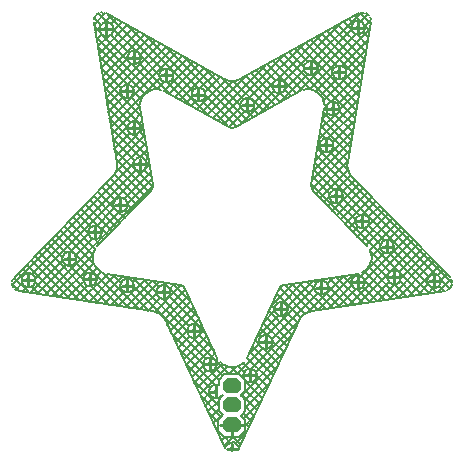
<source format=gbl>
G04*
G04 #@! TF.GenerationSoftware,Altium Limited,Altium Designer,22.10.1 (41)*
G04*
G04 Layer_Physical_Order=2*
G04 Layer_Color=16711680*
%FSLAX25Y25*%
%MOIN*%
G70*
G04*
G04 #@! TF.SameCoordinates,0AD24C9F-CA8A-4173-ACEB-545809BFA2C4*
G04*
G04*
G04 #@! TF.FilePolarity,Positive*
G04*
G01*
G75*
%ADD13C,0.01000*%
%ADD46C,0.01800*%
%ADD47C,0.00800*%
G04:AMPARAMS|DCode=48|XSize=50mil|YSize=60mil|CornerRadius=0mil|HoleSize=0mil|Usage=FLASHONLY|Rotation=90.000|XOffset=0mil|YOffset=0mil|HoleType=Round|Shape=Octagon|*
%AMOCTAGOND48*
4,1,8,-0.03000,-0.01250,-0.03000,0.01250,-0.01750,0.02500,0.01750,0.02500,0.03000,0.01250,0.03000,-0.01250,0.01750,-0.02500,-0.01750,-0.02500,-0.03000,-0.01250,0.0*
%
%ADD48OCTAGOND48*%

D13*
X204575Y145628D02*
Y147528D01*
Y145628D02*
X206475D01*
X202675D02*
X204575D01*
Y143728D02*
Y145628D01*
X212477Y72686D02*
X214377D01*
X206077Y81086D02*
Y82986D01*
Y81086D02*
X207977D01*
X206077Y79186D02*
Y81086D01*
X214377Y72686D02*
Y74586D01*
Y72686D02*
X216277D01*
X214377Y70786D02*
Y72686D01*
X204177Y81086D02*
X206077D01*
X198407Y130774D02*
Y132674D01*
Y130774D02*
X200307D01*
X196507D02*
X198407D01*
X188825Y132165D02*
Y134065D01*
Y132165D02*
X190725D01*
X188825Y130265D02*
Y132165D01*
X186925D02*
X188825D01*
X198407Y128874D02*
Y130774D01*
X178225Y126065D02*
Y127965D01*
Y126065D02*
X180125D01*
X178225Y124165D02*
Y126065D01*
X176325D02*
X178225D01*
X194307Y118674D02*
X196207D01*
Y120574D01*
Y118674D02*
X198107D01*
X196207Y116774D02*
Y118674D01*
X197377Y89486D02*
Y91386D01*
Y89486D02*
X199277D01*
X197377Y87586D02*
Y89486D01*
X195477D02*
X197377D01*
X194107Y106474D02*
X196007D01*
X194107Y104574D02*
Y106474D01*
Y108374D01*
X167725Y119865D02*
X169625D01*
X167725D02*
Y121765D01*
Y117965D02*
Y119865D01*
X165825D02*
X167725D01*
X192207Y106474D02*
X194107D01*
X216690Y62459D02*
X218590D01*
X216690D02*
Y64359D01*
X214790Y62459D02*
X216690D01*
X230042Y61185D02*
Y63085D01*
X216690Y60559D02*
Y62459D01*
X204590Y60759D02*
Y62659D01*
X230042Y61185D02*
X231942D01*
X230042Y59285D02*
Y61185D01*
X228142D02*
X230042D01*
X204590Y60759D02*
X206490D01*
X204590Y58859D02*
Y60759D01*
X202690D02*
X204590D01*
X192390Y58959D02*
X194290D01*
X192390D02*
Y60859D01*
Y57059D02*
Y58959D01*
X190490D02*
X192390D01*
X178926Y51825D02*
X180826D01*
X178926D02*
Y53725D01*
X177026Y51825D02*
X178926D01*
Y49925D02*
Y51825D01*
X173826Y38925D02*
Y40825D01*
Y42725D01*
Y40825D02*
X175726D01*
X171926D02*
X173826D01*
X168626Y29725D02*
X170526D01*
X168626D02*
Y31625D01*
Y27825D02*
Y29725D01*
X166726D02*
X168626D01*
X162463Y13051D02*
X166463D01*
X162463Y9551D02*
Y13051D01*
X162700Y5100D02*
X164600D01*
X162700D02*
Y7000D01*
X140724Y129715D02*
X142624D01*
X140724Y127815D02*
Y129715D01*
Y131615D01*
X138824Y129715D02*
X140724D01*
X149524Y123315D02*
X151424D01*
Y125215D01*
Y123315D02*
X153324D01*
X151424Y121415D02*
Y123315D01*
X131972Y100119D02*
X133872D01*
X129924Y135615D02*
Y137515D01*
Y135615D02*
X131824D01*
X129924Y133715D02*
Y135615D01*
X128024D02*
X129924D01*
X120744Y143230D02*
Y145130D01*
X125772Y124419D02*
X127672D01*
Y126319D01*
X120744Y145130D02*
X122643D01*
X127672Y124419D02*
X129572D01*
X129972Y112219D02*
Y114119D01*
X127672Y122519D02*
Y124419D01*
X118843Y145130D02*
X120744D01*
Y147030D01*
X129972Y112219D02*
X131872D01*
X131972Y100119D02*
Y102019D01*
Y98219D02*
Y100119D01*
X130072D02*
X131972D01*
X128072Y112219D02*
X129972D01*
Y110319D02*
Y112219D01*
X125414Y86577D02*
X127314D01*
X125414D02*
Y88477D01*
Y84677D02*
Y86577D01*
X123514D02*
X125414D01*
X117014Y77377D02*
Y79277D01*
Y77377D02*
X118914D01*
X115114D02*
X117014D01*
Y75477D02*
Y77377D01*
X149887Y44548D02*
Y46448D01*
Y44548D02*
X151787D01*
X149887Y42649D02*
Y44548D01*
X147987D02*
X149887D01*
X155200Y33400D02*
X157100D01*
X155200D02*
Y35300D01*
X139795Y57549D02*
X141695D01*
X158463Y13051D02*
X162463D01*
X160800Y5100D02*
X162700D01*
X157200Y22400D02*
Y24300D01*
Y26200D01*
X153300Y33400D02*
X155200D01*
Y31500D02*
Y33400D01*
X155300Y24300D02*
X157200D01*
X108414Y68577D02*
Y70477D01*
Y68577D02*
X110314D01*
X108414Y66677D02*
Y68577D01*
X115274Y61693D02*
Y63593D01*
X106514Y68577D02*
X108414D01*
X94790Y61473D02*
Y63373D01*
X137895Y57549D02*
X139795D01*
Y59449D01*
X127700Y59600D02*
X129600D01*
X127700D02*
Y61500D01*
Y57700D02*
Y59600D01*
X125800D02*
X127700D01*
X139795Y55649D02*
Y57549D01*
X115274Y61693D02*
X117174D01*
X115274Y59793D02*
Y61693D01*
X113374D02*
X115274D01*
X94790Y61473D02*
X96690D01*
X94790Y59573D02*
Y61473D01*
X92890D02*
X94790D01*
D46*
X120744Y145130D02*
D03*
X94790Y61473D02*
D03*
X192390Y58959D02*
D03*
X204590Y60759D02*
D03*
X157200Y24300D02*
D03*
X149887Y44548D02*
D03*
X139795Y57549D02*
D03*
X127700Y59600D02*
D03*
X115274Y61693D02*
D03*
X108414Y68577D02*
D03*
X117014Y77377D02*
D03*
X125414Y86577D02*
D03*
X131972Y100119D02*
D03*
X129972Y112219D02*
D03*
X127672Y124419D02*
D03*
X129924Y135615D02*
D03*
X140724Y129715D02*
D03*
X151424Y123315D02*
D03*
X167725Y119865D02*
D03*
X178225Y126065D02*
D03*
X188825Y132165D02*
D03*
X204575Y145628D02*
D03*
X198407Y130774D02*
D03*
X196207Y118674D02*
D03*
X194107Y106474D02*
D03*
X197377Y89486D02*
D03*
X206077Y81086D02*
D03*
X214377Y72686D02*
D03*
X216690Y62459D02*
D03*
X230042Y61185D02*
D03*
X178926Y51825D02*
D03*
X173826Y40825D02*
D03*
X155200Y33400D02*
D03*
X168626Y29725D02*
D03*
X162800Y26700D02*
D03*
X163500Y18900D02*
D03*
X162700Y5100D02*
D03*
D47*
X207640Y150283D02*
X207272Y150487D01*
X208144Y149856D02*
X207644Y150280D01*
X208832Y148379D02*
X208653Y149068D01*
X206656Y150685D02*
X205668Y150681D01*
X206875Y145628D02*
X206647Y146626D01*
X206009Y147426D01*
X205087Y147870D01*
X204063D01*
X203141Y147426D01*
X202503Y146626D01*
X202275Y145628D01*
X202503Y144630D01*
X203141Y143829D01*
X204063Y143385D01*
X205087D01*
X206009Y143829D01*
X206647Y144630D01*
X206875Y145628D01*
X216677Y72686D02*
X216449Y73684D01*
X215811Y74484D01*
X214889Y74928D01*
X213865D01*
X212943Y74484D01*
X212305Y73684D01*
X212077Y72686D01*
X212305Y71688D01*
X212943Y70888D01*
X213865Y70444D01*
X214889D01*
X215811Y70888D01*
X216449Y71688D01*
X216677Y72686D01*
X209100Y69809D02*
X208753Y71055D01*
X209150Y69345D02*
X209100Y69809D01*
X208751Y71061D02*
X208523Y71541D01*
X209161Y69001D02*
X209150Y69345D01*
X209130Y68424D02*
X209160Y68906D01*
X201176Y100699D02*
X201104Y99642D01*
X201229Y98589D01*
X201547Y97578D01*
X202048Y96644D01*
X202713Y95818D01*
X208377Y81086D02*
X208149Y82084D01*
X207511Y82884D01*
X206589Y83328D01*
X205565D01*
X204643Y82884D01*
X204005Y82084D01*
X203777Y81086D01*
X204005Y80088D01*
X204643Y79288D01*
X205565Y78844D01*
X206589D01*
X207511Y79288D01*
X208149Y80088D01*
X208377Y81086D01*
X191125Y132165D02*
X190897Y133163D01*
X190259Y133963D01*
X189337Y134407D01*
X188313D01*
X187391Y133963D01*
X186753Y133163D01*
X186525Y132165D01*
X186753Y131167D01*
X187391Y130367D01*
X188313Y129923D01*
X189337D01*
X190259Y130367D01*
X190897Y131167D01*
X191125Y132165D01*
X200707Y130774D02*
X200479Y131772D01*
X199841Y132572D01*
X198919Y133016D01*
X197895D01*
X196973Y132572D01*
X196335Y131772D01*
X196107Y130774D01*
X196335Y129776D01*
X196973Y128976D01*
X197895Y128532D01*
X198919D01*
X199841Y128976D01*
X200479Y129776D01*
X200707Y130774D01*
X192120Y123142D02*
X191233Y124004D01*
X190177Y124647D01*
X190177Y124647D02*
X189712Y124838D01*
X188906Y125058D02*
X187877Y125154D01*
X186849Y125050D01*
X189309Y124965D02*
X188905Y125058D01*
X189712Y124838D02*
X189308Y124965D01*
X186849Y125050D02*
X186542Y124978D01*
X180525Y126065D02*
X180297Y127063D01*
X179659Y127863D01*
X178737Y128307D01*
X177713D01*
X176791Y127863D01*
X176153Y127063D01*
X175925Y126065D01*
X176153Y125067D01*
X176791Y124267D01*
X177713Y123823D01*
X178737D01*
X179659Y124267D01*
X180297Y125067D01*
X180525Y126065D01*
X198507Y118674D02*
X198279Y119672D01*
X197641Y120472D01*
X196719Y120916D01*
X195695D01*
X194773Y120472D01*
X194135Y119672D01*
X193907Y118674D01*
X194135Y117676D01*
X194773Y116876D01*
X195695Y116432D01*
X196719D01*
X197641Y116876D01*
X198279Y117676D01*
X198507Y118674D01*
X192600Y122456D02*
X192376Y122804D01*
X192813Y122056D02*
X192599Y122456D01*
X192376Y122804D02*
X192120Y123142D01*
X193321Y120190D02*
X193152Y121146D01*
X192813Y122056D01*
X199677Y89486D02*
X199449Y90484D01*
X198811Y91284D01*
X197889Y91729D01*
X196865D01*
X195943Y91284D01*
X195305Y90484D01*
X195077Y89486D01*
X195305Y88488D01*
X195943Y87688D01*
X196865Y87244D01*
X197889D01*
X198811Y87688D01*
X199449Y88488D01*
X199677Y89486D01*
X170025Y119865D02*
X169797Y120863D01*
X169159Y121663D01*
X168237Y122107D01*
X167213D01*
X166291Y121663D01*
X165653Y120863D01*
X165425Y119865D01*
X165653Y118867D01*
X166291Y118067D01*
X167213Y117623D01*
X168237D01*
X169159Y118067D01*
X169797Y118867D01*
X170025Y119865D01*
X161501Y112627D02*
X162676Y112325D01*
X163851Y112627D01*
X196407Y106474D02*
X196179Y107472D01*
X195541Y108272D01*
X194619Y108716D01*
X193595D01*
X192673Y108272D01*
X192035Y107472D01*
X191807Y106474D01*
X192035Y105476D01*
X192673Y104676D01*
X193595Y104232D01*
X194619D01*
X195541Y104676D01*
X196179Y105476D01*
X196407Y106474D01*
X189082Y93181D02*
X189163Y92059D01*
X189740Y91094D01*
X209010Y67726D02*
X209130Y68424D01*
X208375Y66168D02*
X208752Y66923D01*
X209010Y67726D01*
X208109Y65765D02*
X208375Y66168D01*
X232342Y61185D02*
X232115Y62183D01*
X231476Y62983D01*
X230554Y63427D01*
X229531D01*
X228608Y62983D01*
X227970Y62183D01*
X227742Y61185D01*
X227970Y60187D01*
X228608Y59387D01*
X229531Y58943D01*
X230554D01*
X231476Y59387D01*
X232115Y60187D01*
X232342Y61185D01*
X218990Y62459D02*
X218762Y63457D01*
X218124Y64258D01*
X217201Y64702D01*
X216178D01*
X215256Y64258D01*
X214617Y63457D01*
X214390Y62459D01*
X214617Y61461D01*
X215256Y60661D01*
X216178Y60217D01*
X217201D01*
X218124Y60661D01*
X218762Y61461D01*
X218990Y62459D01*
X207836Y65420D02*
X208109Y65765D01*
X207525Y65088D02*
X207836Y65420D01*
X207027Y64655D02*
X207521Y65084D01*
X206002Y64040D02*
X207027Y64655D01*
X206890Y60759D02*
X206662Y61757D01*
X206024Y62558D01*
X205101Y63002D01*
X204078D01*
X203156Y62558D01*
X202518Y61757D01*
X202290Y60759D01*
X202518Y59761D01*
X203156Y58961D01*
X204078Y58517D01*
X205101D01*
X206024Y58961D01*
X206662Y59761D01*
X206890Y60759D01*
X235968Y60830D02*
X235690Y61783D01*
X235566Y59135D02*
X235932Y60085D01*
X234413Y58119D02*
X234943Y58437D01*
X194690Y58959D02*
X194462Y59957D01*
X193824Y60757D01*
X192902Y61202D01*
X191878D01*
X190956Y60757D01*
X190317Y59957D01*
X190090Y58959D01*
X190317Y57961D01*
X190956Y57161D01*
X191878Y56717D01*
X192902D01*
X193824Y57161D01*
X194462Y57961D01*
X194690Y58959D01*
X189149Y51092D02*
X188248Y50877D01*
X187394Y50518D01*
X186609Y50025D01*
X185916Y49411D01*
X185331Y48693D01*
X184871Y47888D01*
X180186Y59885D02*
X179096Y59428D01*
X178348Y58512D01*
X181226Y51825D02*
X180998Y52823D01*
X180360Y53623D01*
X179438Y54067D01*
X178414D01*
X177492Y53623D01*
X176854Y52823D01*
X176626Y51825D01*
X176854Y50827D01*
X177492Y50027D01*
X178414Y49583D01*
X179438D01*
X180360Y50027D01*
X180998Y50827D01*
X181226Y51825D01*
X176126Y40825D02*
X175898Y41823D01*
X175260Y42623D01*
X174338Y43067D01*
X173314D01*
X172392Y42623D01*
X171754Y41823D01*
X171526Y40825D01*
X171754Y39827D01*
X172392Y39027D01*
X173314Y38583D01*
X174338D01*
X175260Y39027D01*
X175898Y39827D01*
X176126Y40825D01*
X166488Y34028D02*
X166757Y34315D01*
X165164Y33074D02*
X165863Y33500D01*
X166487Y34028D01*
X164783Y32898D02*
X165165Y33074D01*
X166937Y28163D02*
X167677Y27630D01*
X168566Y27426D01*
X169465Y27584D01*
X170231Y28078D01*
X170745Y28831D01*
X170926Y29725D01*
X170693Y30735D01*
X170040Y31539D01*
X169101Y31976D01*
X168065Y31956D01*
X167143Y31483D01*
X166522Y30654D01*
X166328Y29636D01*
X166600Y28637D01*
X166937Y28163D01*
X164420Y32762D02*
X164783Y32898D01*
X164004Y32642D02*
X164414Y32760D01*
X163472Y32537D02*
X164004Y32642D01*
X160937Y32760D02*
X161347Y32642D01*
X161348Y32641D02*
X162405Y32487D01*
X163472Y32537D01*
X159930Y128528D02*
X160801Y128138D01*
X161725Y127899D01*
X162676Y127819D01*
X163627Y127899D01*
X164551Y128138D01*
X165421Y128528D01*
X153724Y123315D02*
X153496Y124312D01*
X152858Y125113D01*
X151936Y125557D01*
X150912D01*
X149990Y125113D01*
X149352Y124312D01*
X149124Y123315D01*
X149352Y122317D01*
X149990Y121516D01*
X150912Y121072D01*
X151936D01*
X152858Y121516D01*
X153496Y122317D01*
X153724Y123315D01*
X143024Y129715D02*
X142796Y130712D01*
X142158Y131513D01*
X141236Y131957D01*
X140212D01*
X139290Y131513D01*
X138652Y130712D01*
X138424Y129715D01*
X138652Y128717D01*
X139290Y127916D01*
X140212Y127472D01*
X141236D01*
X142158Y127916D01*
X142796Y128717D01*
X143024Y129715D01*
X132224Y135615D02*
X131996Y136612D01*
X131358Y137413D01*
X130436Y137857D01*
X129412D01*
X128490Y137413D01*
X127852Y136612D01*
X127624Y135615D01*
X127852Y134617D01*
X128490Y133816D01*
X129412Y133372D01*
X130436D01*
X131358Y133816D01*
X131996Y134617D01*
X132224Y135615D01*
X138823Y124975D02*
X137865Y125138D01*
X136895Y125125D01*
X136888Y125124D02*
X136446Y125058D01*
X136446Y125058D02*
X136043Y124965D01*
X136043Y124965D02*
X135639Y124838D01*
X135638Y124838D02*
X134528Y124293D01*
X133567Y123515D01*
X133567Y123515D02*
X133231Y123141D01*
X133231Y123141D02*
X132976Y122804D01*
X135608Y91091D02*
X136121Y91874D01*
X136301Y92793D01*
X136269Y93185D01*
X132976Y122804D02*
X132752Y122456D01*
X132752Y122457D02*
X132316Y121520D01*
X132068Y120516D01*
X132272Y112219D02*
X132044Y113217D01*
X131406Y114017D01*
X130484Y114461D01*
X129460D01*
X128538Y114017D01*
X127900Y113217D01*
X127672Y112219D01*
X127900Y111221D01*
X128538Y110421D01*
X129460Y109977D01*
X130484D01*
X131406Y110421D01*
X132044Y111221D01*
X132272Y112219D01*
X134272Y100119D02*
X134045Y101117D01*
X133406Y101917D01*
X132484Y102361D01*
X131460D01*
X130538Y101917D01*
X129900Y101117D01*
X129672Y100119D01*
X129900Y99121D01*
X130538Y98321D01*
X131460Y97877D01*
X132484D01*
X133406Y98321D01*
X134045Y99121D01*
X134272Y100119D01*
X129972Y124419D02*
X129744Y125417D01*
X129106Y126217D01*
X128184Y126661D01*
X127160D01*
X126238Y126217D01*
X125600Y125417D01*
X125372Y124419D01*
X125600Y123421D01*
X126238Y122621D01*
X127160Y122177D01*
X128184D01*
X129106Y122621D01*
X129744Y123421D01*
X129972Y124419D01*
X132068Y120516D02*
X132032Y120203D01*
X123044Y145130D02*
X122816Y146128D01*
X122178Y146928D01*
X121255Y147372D01*
X120232D01*
X119309Y146928D01*
X118671Y146128D01*
X118444Y145130D01*
X118671Y144132D01*
X119309Y143332D01*
X120232Y142888D01*
X121255D01*
X122178Y143332D01*
X122816Y144132D01*
X123044Y145130D01*
X119772Y150661D02*
X119033Y150727D01*
X118187Y150534D02*
X117328Y149978D01*
X116871Y149409D02*
X116530Y148457D01*
X124249Y99784D02*
X124175Y100699D01*
X127714Y86577D02*
X127486Y87575D01*
X126848Y88375D01*
X125926Y88819D01*
X124902D01*
X123980Y88375D01*
X123342Y87575D01*
X123114Y86577D01*
X123342Y85579D01*
X123980Y84779D01*
X124902Y84335D01*
X125926D01*
X126848Y84779D01*
X127486Y85579D01*
X127714Y86577D01*
X122638Y95818D02*
X123323Y96674D01*
X123831Y97644D01*
X124144Y98694D01*
X124249Y99784D01*
X119314Y77377D02*
X119086Y78375D01*
X118448Y79175D01*
X117526Y79619D01*
X116502D01*
X115580Y79175D01*
X114942Y78375D01*
X114714Y77377D01*
X114942Y76379D01*
X115580Y75579D01*
X116502Y75135D01*
X117526D01*
X118448Y75579D01*
X119086Y76379D01*
X119314Y77377D01*
X116835Y71552D02*
X116387Y70444D01*
X152187Y44548D02*
X151960Y45546D01*
X151321Y46347D01*
X150399Y46791D01*
X149376D01*
X148453Y46347D01*
X147815Y45546D01*
X147587Y44548D01*
X147815Y43551D01*
X148453Y42750D01*
X149376Y42306D01*
X150399D01*
X151321Y42750D01*
X151960Y43551D01*
X152187Y44548D01*
X147003Y58512D02*
X146256Y59428D01*
X145165Y59885D01*
X157500Y33400D02*
X157272Y34398D01*
X156634Y35198D01*
X155712Y35642D01*
X154688D01*
X153766Y35198D01*
X153128Y34398D01*
X152900Y33400D01*
X153128Y32402D01*
X153766Y31602D01*
X154688Y31158D01*
X155712D01*
X156634Y31602D01*
X157272Y32402D01*
X157500Y33400D01*
X158577Y34334D02*
X159129Y33784D01*
X159755Y33320D01*
X142095Y57549D02*
X141867Y58547D01*
X141229Y59347D01*
X140307Y59791D01*
X139284D01*
X138361Y59347D01*
X137723Y58547D01*
X137495Y57549D01*
X137723Y56551D01*
X138361Y55751D01*
X139284Y55307D01*
X140307D01*
X141229Y55751D01*
X141867Y56551D01*
X142095Y57549D01*
X160197Y33068D02*
X160568Y32898D01*
X160568Y32898D02*
X160937Y32760D01*
X159755Y33320D02*
X160197Y33068D01*
X164975Y5437D02*
X164651Y6318D01*
X164002Y6996D01*
X163136Y7358D01*
X162198Y7344D01*
X161343Y6957D01*
X160714Y6261D01*
X160416Y5371D01*
X158137Y26400D02*
X157189Y26600D01*
X156242Y26391D01*
X155466Y25811D01*
X154997Y24962D01*
X154920Y23996D01*
X155248Y23084D01*
X155923Y22387D01*
X156824Y22031D01*
X157792Y22078D01*
X158655Y22519D01*
X159260Y23277D01*
X116387Y70443D02*
X116249Y69797D01*
X116221Y68423D02*
X116374Y67594D01*
X116652Y66797D01*
X116250Y69797D02*
X116201Y69345D01*
X116976Y66168D02*
X117243Y65765D01*
X117243Y65765D02*
X117515Y65420D01*
X116655Y66792D02*
X116976Y66168D01*
X116201Y69345D02*
X116191Y68906D01*
X116191Y68906D02*
X116220Y68430D01*
X117834Y65080D02*
X118862Y64294D01*
X118862Y64294D02*
X119338Y64045D01*
X117516Y65420D02*
X117834Y65080D01*
X117574Y61693D02*
X117346Y62691D01*
X116708Y63491D01*
X115786Y63935D01*
X114762D01*
X113840Y63491D01*
X113202Y62691D01*
X112974Y61693D01*
X113202Y60695D01*
X113840Y59895D01*
X114762Y59451D01*
X115786D01*
X116708Y59895D01*
X117346Y60695D01*
X117574Y61693D01*
X110714Y68577D02*
X110486Y69575D01*
X109848Y70375D01*
X108926Y70819D01*
X107902D01*
X106980Y70375D01*
X106342Y69575D01*
X106114Y68577D01*
X106342Y67579D01*
X106980Y66779D01*
X107902Y66335D01*
X108926D01*
X109848Y66779D01*
X110486Y67579D01*
X110714Y68577D01*
X97090Y61473D02*
X96863Y62471D01*
X96224Y63271D01*
X95302Y63715D01*
X94279D01*
X93356Y63271D01*
X92718Y62471D01*
X92490Y61473D01*
X92718Y60475D01*
X93356Y59675D01*
X94279Y59230D01*
X95302D01*
X96224Y59675D01*
X96863Y60475D01*
X97090Y61473D01*
X140480Y47888D02*
X140020Y48693D01*
X139436Y49411D01*
X138742Y50025D01*
X137958Y50518D01*
X137103Y50877D01*
X136202Y51092D01*
X130000Y59600D02*
X129772Y60598D01*
X129134Y61398D01*
X128212Y61842D01*
X127188D01*
X126266Y61398D01*
X125628Y60598D01*
X125400Y59600D01*
X125628Y58602D01*
X126266Y57802D01*
X127188Y57358D01*
X128212D01*
X129134Y57802D01*
X129772Y58602D01*
X130000Y59600D01*
X89731Y61908D02*
X89422Y61094D01*
X89378Y60420D02*
X89673Y59336D01*
X90223Y58596D02*
X90648Y58272D01*
X205398Y150611D02*
X208754Y147255D01*
X206791Y146242D02*
X208841Y148292D01*
X205468Y147747D02*
X207850Y150129D01*
X203538Y149643D02*
X205410Y147771D01*
X201717Y148635D02*
X203025Y147327D01*
X206718Y146463D02*
X208358Y144822D01*
X206274Y144078D02*
X207962Y142390D01*
X201176Y100701D02*
X208811Y147605D01*
X204158Y143366D02*
X207566Y139957D01*
X200575Y131541D02*
X207289Y138255D01*
X199155Y132949D02*
X207839Y141634D01*
X199897Y147626D02*
X202313Y145211D01*
X200568Y129985D02*
X205191Y125362D01*
X199133Y128592D02*
X204795Y122930D01*
X198429Y118082D02*
X205090Y124742D01*
X198077Y146618D02*
X207171Y137525D01*
X196257Y145610D02*
X206774Y135092D01*
X188498Y125120D02*
X208389Y145012D01*
X194437Y144602D02*
X206379Y132660D01*
X195577Y120886D02*
X206190Y131499D01*
X193121Y121258D02*
X206739Y134877D01*
X189306Y134414D02*
X205544Y150653D01*
X190893Y133173D02*
X202455Y144735D01*
X165421Y128528D02*
X204882Y150388D01*
X192617Y143593D02*
X205983Y130227D01*
X190796Y142585D02*
X205587Y127795D01*
X184701Y124153D02*
X203960Y143411D01*
X197827Y120307D02*
X205640Y128120D01*
X190899Y131169D02*
X204003Y118065D01*
X185336Y139560D02*
X204399Y120497D01*
X194701Y108696D02*
X203990Y117985D01*
X194701Y108696D02*
X203990Y117985D01*
X191562Y108386D02*
X204540Y121364D01*
X198407Y118004D02*
X203211Y113200D01*
X193077Y117677D02*
X202419Y108335D01*
X189320Y129919D02*
X203607Y115632D01*
X197049Y116534D02*
X202815Y110767D01*
X192681Y115245D02*
X202023Y105903D01*
X208112Y80014D02*
X213372Y74755D01*
X207243Y73155D02*
X216128Y82040D01*
X205846Y74587D02*
X214733Y83473D01*
X214707Y74962D02*
X218919Y79174D01*
X216384Y73810D02*
X220314Y77741D01*
X206159Y83385D02*
X210547Y87773D01*
X207980Y82377D02*
X211942Y86339D01*
X206477Y78821D02*
X212128Y73170D01*
X208500Y71583D02*
X217524Y80607D01*
X209146Y69401D02*
X212101Y72356D01*
X196219Y107386D02*
X203440Y114607D01*
X189908Y98246D02*
X202890Y111229D01*
X189356Y94867D02*
X202340Y107850D01*
X199331Y90699D02*
X203570Y94938D01*
X196069Y84608D02*
X204965Y93505D01*
X192284Y112813D02*
X201627Y103470D01*
X195060Y104381D02*
X201365Y98076D01*
X189219Y91901D02*
X201790Y104472D01*
X197581Y91777D02*
X202212Y96409D01*
X191878Y88903D02*
X201294Y98319D01*
X190481Y90334D02*
X201240Y101093D01*
X197465Y83176D02*
X206361Y92072D01*
X198862Y81745D02*
X207756Y90639D01*
X189743Y91091D02*
X207611Y72778D01*
X204449Y76018D02*
X213337Y84906D01*
X200259Y80313D02*
X209152Y89206D01*
X199507Y88619D02*
X205005Y83121D01*
X198020Y87278D02*
X203812Y81486D01*
X203052Y77450D02*
X204786Y79183D01*
X201656Y78882D02*
X203778Y81004D01*
X188976Y141577D02*
X197618Y132935D01*
X187156Y140568D02*
X196225Y131500D01*
X183516Y138552D02*
X187829Y134238D01*
X181696Y137544D02*
X186579Y132660D01*
X190621Y124416D02*
X196232Y130026D01*
X192145Y123111D02*
X197640Y128606D01*
X180474Y125582D02*
X186576Y131684D01*
X179802Y127739D02*
X199432Y147369D01*
X178056Y135527D02*
X188458Y125125D01*
X177474Y128239D02*
X193091Y143856D01*
X176235Y134519D02*
X185963Y124791D01*
X174415Y133510D02*
X184104Y123822D01*
X172595Y132502D02*
X177053Y128044D01*
X170775Y131494D02*
X175940Y126329D01*
X179876Y136535D02*
X195537Y120874D01*
X168955Y130486D02*
X178639Y120801D01*
X168453Y122047D02*
X186750Y140343D01*
X180204Y124893D02*
X182282Y122815D01*
X178377Y120656D02*
X187818Y130097D01*
X163855Y112629D02*
X185269Y124467D01*
X167134Y129477D02*
X176818Y119794D01*
X165313Y128470D02*
X174996Y118788D01*
X163119Y127836D02*
X173175Y117781D01*
X169887Y120651D02*
X176051Y126816D01*
X165727Y113664D02*
X176551Y124488D01*
X192664Y115145D02*
X194574Y117054D01*
X193314Y120269D02*
X194067Y119516D01*
X193216Y118525D02*
X193995Y119304D01*
X196341Y105928D02*
X201231Y101038D01*
X194672Y86040D02*
X196164Y87532D01*
X193275Y87471D02*
X195086Y89282D01*
X178489Y123780D02*
X180461Y121808D01*
X172052Y117160D02*
X178708Y123816D01*
X169597Y118529D02*
X171353Y116774D01*
X192113Y111765D02*
X196799Y116452D01*
X167733Y117565D02*
X169531Y115767D01*
X161744Y112509D02*
X166939Y117704D01*
X191887Y110381D02*
X193561Y108708D01*
X189083Y93189D02*
X193265Y118829D01*
X189904Y98223D02*
X196510Y91616D01*
X189507Y95791D02*
X195169Y90129D01*
X191491Y107950D02*
X192014Y107427D01*
X191010Y105006D02*
X191885Y105880D01*
X191010Y105006D02*
X191885Y105880D01*
X190459Y101626D02*
X193195Y104362D01*
X218135Y64248D02*
X225895Y72009D01*
X218982Y62266D02*
X227291Y70575D01*
X215464Y64405D02*
X224500Y73442D01*
X231201Y63172D02*
X232872Y64843D01*
X209025Y67788D02*
X214390Y62423D01*
X208857Y70784D02*
X215328Y64313D01*
X221199Y55999D02*
X231477Y66276D01*
X217860Y55488D02*
X230081Y67709D01*
X214520Y54976D02*
X228686Y69142D01*
X232325Y61467D02*
X234267Y63410D01*
X216446Y71681D02*
X228000Y60126D01*
X214861Y70438D02*
X228224Y57074D01*
X208155Y65830D02*
X218412Y55572D01*
X190697Y103086D02*
X230315Y63469D01*
X202717Y95815D02*
X235210Y62442D01*
X190301Y100654D02*
X228286Y62669D01*
X206799Y61398D02*
X221709Y76308D01*
X205461Y62888D02*
X213253Y70680D01*
X204696Y63632D02*
X205426Y62902D01*
X202244Y63255D02*
X203040Y62459D01*
X191094Y105518D02*
X235978Y60633D01*
X201161Y52931D02*
X223105Y74875D01*
X189111Y93359D02*
X225771Y56699D01*
X206719Y64437D02*
X215959Y55197D01*
X204501Y53442D02*
X214743Y63685D01*
X191142Y51397D02*
X203136Y63392D01*
X187477Y50561D02*
X199798Y62881D01*
X180195Y59886D02*
X204539Y63606D01*
X199790Y62880D02*
X202328Y60343D01*
X197337Y62506D02*
X206148Y53694D01*
X232326Y61457D02*
X235158Y58625D01*
X234986Y58471D02*
X235361Y58847D01*
X231527Y59428D02*
X233130Y57825D01*
X231219Y57533D02*
X235611Y61925D01*
X218544Y61098D02*
X223318Y56323D01*
X216653Y60160D02*
X220865Y55948D01*
X228984Y59143D02*
X230677Y57450D01*
X227879Y57021D02*
X229760Y58902D01*
X224539Y56510D02*
X228055Y60026D01*
X211180Y54465D02*
X216883Y60167D01*
X207840Y53953D02*
X214901Y61014D01*
X206733Y61595D02*
X213507Y54821D01*
X206289Y59210D02*
X211054Y54445D01*
X204173Y58497D02*
X208601Y54070D01*
X194311Y60223D02*
X196459Y62371D01*
X194883Y62131D02*
X203695Y53319D01*
X192515Y61256D02*
X193121Y61861D01*
X194604Y59582D02*
X201242Y52943D01*
X192430Y61756D02*
X193012Y61173D01*
X189976Y61381D02*
X190767Y60590D01*
X187522Y61006D02*
X190169Y58359D01*
X197821Y52420D02*
X203951Y58550D01*
X194481Y51908D02*
X202461Y59888D01*
X185069Y60631D02*
X193884Y51817D01*
X194020Y57337D02*
X198789Y52568D01*
X191790Y56739D02*
X196336Y52192D01*
X189150Y51092D02*
X233700Y57913D01*
X181075Y52644D02*
X189782Y61351D01*
X182615Y60256D02*
X191431Y51441D01*
X174329Y43069D02*
X190093Y58834D01*
X175902Y41814D02*
X191126Y57038D01*
X179621Y54018D02*
X186444Y60841D01*
X175750Y52976D02*
X183105Y60331D01*
X180162Y59881D02*
X188980Y51063D01*
X178472Y58743D02*
X186952Y50263D01*
X178252Y58306D02*
X179707Y59761D01*
X176655Y54903D02*
X177754Y53804D01*
X175751Y52978D02*
X176641Y52089D01*
X177558Y56828D02*
X185483Y48904D01*
X174848Y51054D02*
X182683Y43218D01*
X180905Y50653D02*
X184488Y47070D01*
X179189Y49540D02*
X183586Y45144D01*
X173944Y49129D02*
X181781Y41292D01*
X176065Y41351D02*
X179977Y37439D01*
X175420Y39167D02*
X179075Y35513D01*
X173248Y47646D02*
X176733Y51131D01*
X170746Y42315D02*
X178107Y49676D01*
X167597Y35607D02*
X178346Y58507D01*
X173041Y47204D02*
X180879Y39365D01*
X173124Y38635D02*
X178172Y33587D01*
X172137Y45279D02*
X174352Y43064D01*
X171234Y43354D02*
X172168Y42419D01*
X170330Y41429D02*
X171636Y40124D01*
X168244Y36985D02*
X171582Y40322D01*
X168922Y32006D02*
X184933Y48017D01*
X170619Y30874D02*
X182438Y42693D01*
X165096Y5670D02*
X184871Y47888D01*
X169427Y39504D02*
X177270Y31661D01*
X168523Y37579D02*
X176368Y29734D01*
X165580Y23007D02*
X179945Y37372D01*
X167620Y35654D02*
X175466Y27808D01*
X164337Y30249D02*
X172837Y38749D01*
X166452Y33994D02*
X168429Y32017D01*
X170917Y29528D02*
X174564Y25882D01*
X169843Y27774D02*
X173661Y23956D01*
X166937Y27851D02*
X172759Y22029D01*
X166937Y27193D02*
X167477Y27733D01*
X166937Y24399D02*
Y28163D01*
Y25023D02*
X171857Y20103D01*
X166937Y18707D02*
X174961Y26731D01*
X166937Y21536D02*
X177453Y32052D01*
X166937Y19366D02*
X170053Y16251D01*
X166863Y12976D02*
X169977Y16090D01*
X166461Y15402D02*
X172469Y21411D01*
X166937Y17750D02*
Y21650D01*
X166863Y11101D02*
Y15001D01*
X166331Y17144D02*
X169150Y14325D01*
X166863Y13784D02*
X168248Y12398D01*
X166790Y11028D02*
X167346Y10472D01*
X164738Y32879D02*
X166674Y30942D01*
X164987Y30249D02*
X166600Y28637D01*
X166077Y29160D02*
X166345Y29429D01*
X165563Y23025D02*
X166937Y21650D01*
X165563Y23025D02*
X166937Y24399D01*
X161509Y30249D02*
X163870Y32610D01*
X162296Y32493D02*
X164539Y30249D01*
X165835Y23297D02*
X170955Y18177D01*
X165525Y16338D02*
X166863Y15001D01*
X165525Y16338D02*
X166937Y17750D01*
X164913Y9151D02*
X166863Y11101D01*
X163823Y7107D02*
X167485Y10770D01*
X165376Y9614D02*
X166444Y8546D01*
X163010Y9151D02*
X165541Y6620D01*
X152116Y125508D02*
X156845Y130237D01*
X143518Y122567D02*
X153205Y132254D01*
X141696Y123574D02*
X151384Y133262D01*
X159186Y128940D02*
X166389Y121737D01*
X153572Y124136D02*
X158665Y129229D01*
X141512Y131875D02*
X145924Y136287D01*
X142906Y130441D02*
X147744Y135279D01*
X139871Y124577D02*
X149564Y134270D01*
X146504Y135966D02*
X167710Y114760D01*
X158090Y114512D02*
X180409Y136831D01*
X140163Y139478D02*
X165888Y113753D01*
X154447Y116526D02*
X167727Y129805D01*
X156269Y115519D02*
X174068Y133318D01*
X152845Y132453D02*
X165425Y119873D01*
X145339Y121560D02*
X155025Y131246D01*
X150804Y118540D02*
X160512Y128248D01*
X142669Y128487D02*
X154857Y116299D01*
X152626Y117533D02*
X162917Y127824D01*
X140906Y127422D02*
X148532Y119795D01*
X127863Y126711D02*
X140464Y139312D01*
X133822Y142991D02*
X151208Y125604D01*
X120472Y150386D02*
X159928Y128529D01*
X129621Y125641D02*
X142284Y138303D01*
X130506Y137840D02*
X135003Y142337D01*
X121140Y150016D02*
X139497Y131659D01*
X119466Y129628D02*
X133183Y143345D01*
X132031Y136537D02*
X136823Y141328D01*
X132156Y136172D02*
X138431Y129896D01*
X127481Y146504D02*
X149465Y124519D01*
X121842Y115033D02*
X144104Y137295D01*
X120654Y122331D02*
X138643Y140320D01*
X137617Y125152D02*
X139998Y127532D01*
X131531Y133969D02*
X142208Y123292D01*
X122238Y112601D02*
X138564Y128926D01*
X129257Y133413D02*
X137517Y125154D01*
X117927Y139087D02*
X133534Y123480D01*
X117377Y142466D02*
X135189Y124654D01*
X120126Y125574D02*
X133103Y112598D01*
X119576Y128952D02*
X132551Y115977D01*
X147161Y120553D02*
X149231Y122623D01*
X152629Y121355D02*
X161181Y112803D01*
X153714Y123099D02*
X164067Y112746D01*
X140082Y124467D02*
X161497Y112629D01*
X148983Y119546D02*
X150602Y121166D01*
X159912Y113505D02*
X165543Y119137D01*
X133791Y101527D02*
X134752Y102487D01*
X134272Y100114D02*
X135308Y99079D01*
X133737Y98644D02*
X135149Y100056D01*
X133310Y98248D02*
X135859Y95699D01*
X131869Y110918D02*
X133165Y112214D01*
X131903Y110969D02*
X133654Y109218D01*
X121776Y115439D02*
X134757Y102459D01*
X130120Y109924D02*
X134205Y105838D01*
X131852Y102416D02*
X134355Y104919D01*
X124212Y100433D02*
X133562Y109783D01*
X129964Y124222D02*
X132412Y121773D01*
X129807Y114513D02*
X132372Y117078D01*
X131773Y113650D02*
X132768Y114646D01*
X132087Y118826D02*
X136269Y93188D01*
X123976Y101926D02*
X135214Y90687D01*
X123426Y105304D02*
X136277Y92453D01*
X126517Y88595D02*
X135545Y97624D01*
X127686Y86936D02*
X135942Y95192D01*
X117740Y72778D02*
X135608Y91091D01*
X123397Y96789D02*
X133958Y107351D01*
X124179Y98894D02*
X133817Y89255D01*
X123419Y96825D02*
X132421Y87824D01*
X123038Y145290D02*
X130482Y137846D01*
X122172Y143327D02*
X128278Y137221D01*
X122411Y146715D02*
X124082Y148386D01*
X122925Y144400D02*
X125902Y147378D01*
X128889Y122468D02*
X132027Y119330D01*
X122634Y110169D02*
X132015Y119549D01*
X121446Y117466D02*
X126451Y122470D01*
X121050Y119898D02*
X125380Y124228D01*
X121226Y118817D02*
X127677Y112366D01*
X120676Y122195D02*
X128722Y114150D01*
X117920Y150407D02*
X120903Y147424D01*
X120242Y147375D02*
X122262Y149395D01*
X116695Y146656D02*
X120442Y150403D01*
X117090Y144223D02*
X118499Y145631D01*
X116827Y145844D02*
X118858Y143813D01*
X116627Y148873D02*
X118941Y146558D01*
X118674Y134493D02*
X129543Y145361D01*
X119070Y132061D02*
X131363Y144353D01*
X118278Y136926D02*
X127723Y146370D01*
X119862Y127196D02*
X127699Y135033D01*
X120258Y124763D02*
X129002Y133507D01*
X119426Y143245D02*
X127723Y134948D01*
X117487Y141791D02*
X119159Y143463D01*
X117882Y139358D02*
X121473Y142949D01*
X116540Y147606D02*
X124175Y100699D01*
X119026Y132331D02*
X125721Y125636D01*
X118476Y135709D02*
X127475Y126711D01*
X123822Y102871D02*
X131273Y110322D01*
X122326Y112061D02*
X131967Y102419D01*
X123030Y107736D02*
X127678Y112384D01*
X123426Y105304D02*
X128541Y110419D01*
X122876Y108682D02*
X130101Y101457D01*
X127692Y86896D02*
X129627Y84961D01*
X122125Y95291D02*
X131024Y86392D01*
X126920Y84839D02*
X128230Y83529D01*
X124435Y84496D02*
X126833Y82097D01*
X120730Y93858D02*
X125733Y88855D01*
X119334Y92425D02*
X123676Y88083D01*
X117939Y90992D02*
X123333Y85598D01*
X116544Y89559D02*
X125436Y80666D01*
X117538Y79616D02*
X123396Y85474D01*
X119098Y78349D02*
X125055Y84305D01*
X115148Y88126D02*
X124040Y79234D01*
X112358Y85259D02*
X118420Y79197D01*
X113753Y86693D02*
X122643Y77802D01*
X110962Y83826D02*
X115599Y79190D01*
X118834Y78783D02*
X121246Y76371D01*
X108172Y80960D02*
X117117Y72015D01*
X118827Y75962D02*
X119849Y74939D01*
X116879Y75081D02*
X118452Y73508D01*
X109567Y82393D02*
X114718Y77242D01*
X108771Y70849D02*
X114774Y76853D01*
X106776Y79527D02*
X116287Y70016D01*
X102590Y75228D02*
X107255Y70563D01*
X151729Y45926D02*
X152533Y46729D01*
X151817Y45800D02*
X153989Y43628D01*
X151681Y43108D02*
X156491Y38298D01*
X155609Y35663D02*
X157051Y37105D01*
X145597Y36965D02*
X153437Y44805D01*
X149823Y46848D02*
X151630Y48654D01*
X149704Y42256D02*
X161711Y30249D01*
X147006Y58505D02*
X157752Y35610D01*
X157239Y34465D02*
X157968Y35194D01*
X151010Y25407D02*
X159269Y33667D01*
X147401Y33112D02*
X155244Y40955D01*
X148303Y31186D02*
X156147Y39030D01*
X146499Y35039D02*
X154340Y42880D01*
X143068Y60206D02*
X148985Y54289D01*
X141836Y58609D02*
X151487Y48958D01*
X136934Y50929D02*
X145731Y59727D01*
X140153Y48491D02*
X148016Y56354D01*
X141086Y46596D02*
X148919Y54429D01*
X138808Y49975D02*
X147112Y58279D01*
X140166Y59819D02*
X140887Y60539D01*
X141819Y58643D02*
X143340Y60164D01*
X120817Y63605D02*
X145159Y59886D01*
X136934Y50929D02*
X145731Y59727D01*
X141552Y56065D02*
X151139Y46478D01*
X142890Y42743D02*
X150726Y50579D01*
X129960Y59172D02*
X153861Y35270D01*
X142300Y44003D02*
X152900Y33403D01*
X144792Y38683D02*
X156895Y26580D01*
X140480Y47888D02*
X160254Y5671D01*
X139523Y55265D02*
X148447Y46342D01*
X141988Y44670D02*
X149823Y52504D01*
X129714Y62246D02*
X147595Y44365D01*
X144695Y38891D02*
X148510Y42707D01*
X143792Y40817D02*
X147588Y44613D01*
X160087Y30249D02*
X164987D01*
X158137Y21650D02*
X159512Y23025D01*
X158137Y28299D02*
X160087Y30249D01*
X159260Y23277D02*
X159512Y23025D01*
X158343Y22304D02*
X158567Y22080D01*
X158137Y26400D02*
Y28299D01*
Y17750D02*
Y21650D01*
Y17750D02*
X159475Y16413D01*
X158063Y15001D02*
X159475Y16413D01*
X160182Y9151D02*
X162032Y7301D01*
X160032Y6145D02*
X163038Y9151D01*
X160013D02*
X164913D01*
X158228Y9998D02*
X158697Y10467D01*
X158063Y11101D02*
X160013Y9151D01*
X158063Y11101D02*
Y15001D01*
X159744Y6760D02*
X160560Y5944D01*
X159130Y8072D02*
X160209Y9151D01*
X157070Y32061D02*
X159485Y29647D01*
X155203Y31100D02*
X158137Y28166D01*
X151912Y23481D02*
X161131Y32700D01*
X157784Y26525D02*
X158137Y26878D01*
X147284Y33362D02*
X155204Y25442D01*
X150108Y27334D02*
X154135Y31361D01*
X149206Y29260D02*
X152937Y32991D01*
X152268Y22721D02*
X159026Y15964D01*
X149776Y28042D02*
X158137Y19681D01*
X155521Y15776D02*
X158137Y18393D01*
X156423Y13850D02*
X159230Y16657D01*
X154619Y17703D02*
X158137Y21221D01*
X153717Y19629D02*
X156280Y22192D01*
X154760Y17401D02*
X158063Y14098D01*
X152814Y21555D02*
X154975Y23716D01*
X157326Y11924D02*
X158063Y12661D01*
X157252Y12080D02*
X158063Y11270D01*
X110431Y69682D02*
X116042Y75292D01*
X117418Y62526D02*
X119070Y64178D01*
X119502Y63973D02*
X131693Y51782D01*
X112449Y54729D02*
X121258Y63538D01*
X115954Y63890D02*
X117501Y65437D01*
X110400Y67418D02*
X114130Y63688D01*
X108695Y66294D02*
X112994Y61996D01*
X95802Y63538D02*
X130565Y98300D01*
X97041Y61948D02*
X133447Y98354D01*
X89436Y60000D02*
X129675Y100239D01*
X105381Y78094D02*
X116633Y66842D01*
X90139Y62439D02*
X122638Y95818D01*
X101195Y73795D02*
X106131Y68858D01*
X92823Y65196D02*
X94299Y63720D01*
X91428Y63763D02*
X92719Y62472D01*
X100184Y56606D02*
X136300Y92722D01*
X103986Y76661D02*
X128353Y52294D01*
X99800Y72361D02*
X118333Y53828D01*
X102637Y56231D02*
X116258Y69851D01*
X105090Y55855D02*
X116479Y67244D01*
X98404Y70928D02*
X114994Y54339D01*
X95614Y68062D02*
X108314Y55362D01*
X97009Y69495D02*
X111654Y54850D01*
X95279Y57357D02*
X106142Y68220D01*
X97732Y56982D02*
X107309Y66560D01*
X94218Y66629D02*
X104974Y55873D01*
X139730Y60716D02*
X140855Y59590D01*
X136391Y61226D02*
X138311Y59306D01*
X129725Y60691D02*
X131072Y62038D01*
X128075Y61869D02*
X128619Y62413D01*
X126376Y62756D02*
X127272Y61860D01*
X123037Y63266D02*
X125654Y60650D01*
X133053Y61736D02*
X137511Y57277D01*
X129619Y52100D02*
X138433Y60914D01*
X134525Y51349D02*
X138702Y55525D01*
X132072Y51724D02*
X137525Y57178D01*
X127166Y52475D02*
X135979Y61289D01*
X124713Y52851D02*
X133526Y61664D01*
X128750Y57553D02*
X135032Y51271D01*
X122260Y53226D02*
X126609Y57575D01*
X90579Y58315D02*
X92725Y60461D01*
X92826Y57733D02*
X94315Y59222D01*
X89413Y60121D02*
X91615Y57918D01*
X117355Y53978D02*
X126165Y62788D01*
X117269Y60549D02*
X125013Y52805D01*
X114902Y54353D02*
X123712Y63163D01*
X119808Y53602D02*
X125431Y59225D01*
X115577Y59413D02*
X121673Y53316D01*
X91648Y57913D02*
X136202Y51092D01*
X97037Y60982D02*
X101635Y56384D01*
X107543Y55480D02*
X113077Y61013D01*
X90035Y62327D02*
X94955Y57407D01*
X109996Y55104D02*
X114441Y59549D01*
X95789Y59401D02*
X98295Y56896D01*
D48*
X162463Y13051D02*
D03*
X162537Y19700D02*
D03*
Y26349D02*
D03*
M02*

</source>
